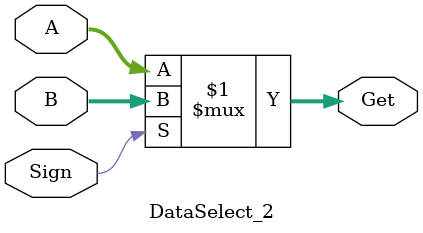
<source format=v>
`timescale 1ns / 1ps


module DataSelect_2(
    input [31:0] A, B,  
    input Sign,  
    output wire [31:0] Get);  
  
    assign Get = Sign ? B : A;  
  
endmodule  

</source>
